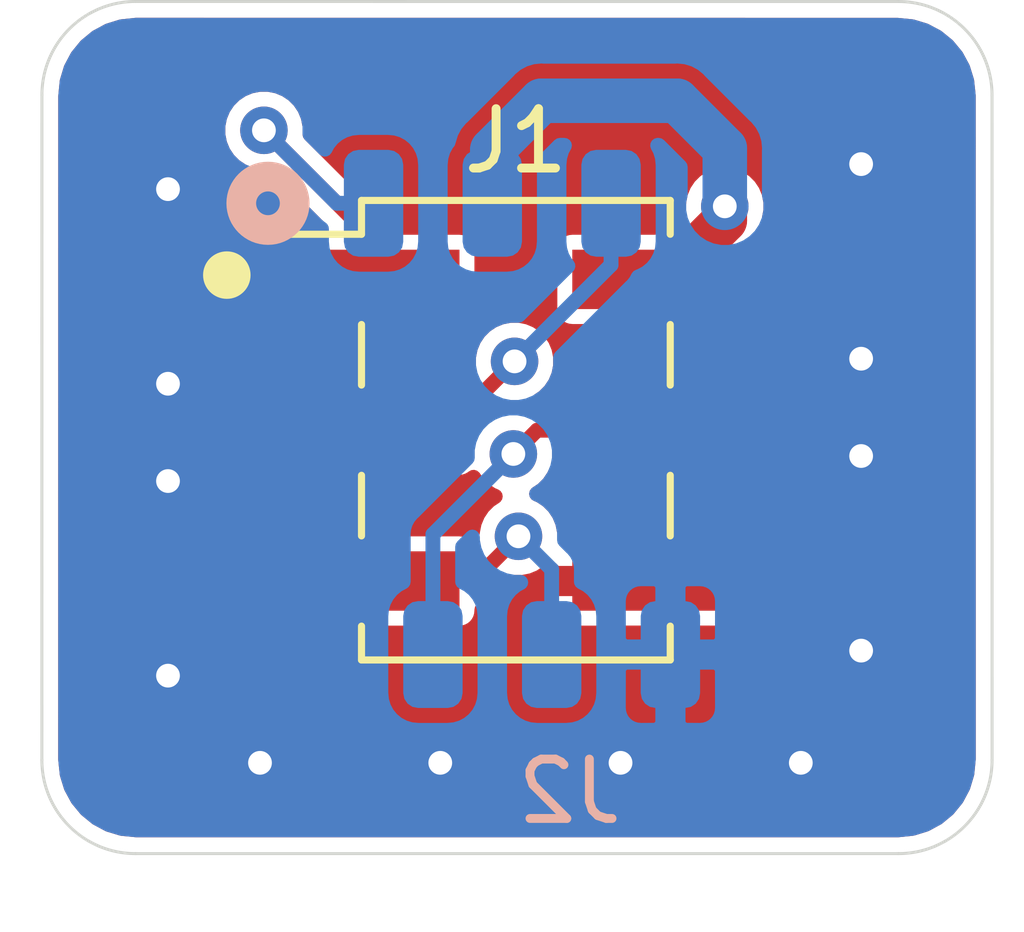
<source format=kicad_pcb>
(kicad_pcb (version 20171130) (host pcbnew "(5.1.8)-1")

  (general
    (thickness 1.6)
    (drawings 9)
    (tracks 40)
    (zones 0)
    (modules 2)
    (nets 7)
  )

  (page A4)
  (layers
    (0 F.Cu signal)
    (31 B.Cu signal)
    (32 B.Adhes user)
    (33 F.Adhes user)
    (34 B.Paste user)
    (35 F.Paste user)
    (36 B.SilkS user)
    (37 F.SilkS user)
    (38 B.Mask user)
    (39 F.Mask user)
    (40 Dwgs.User user)
    (41 Cmts.User user)
    (42 Eco1.User user)
    (43 Eco2.User user)
    (44 Edge.Cuts user)
    (45 Margin user)
    (46 B.CrtYd user)
    (47 F.CrtYd user)
    (48 B.Fab user)
    (49 F.Fab user)
  )

  (setup
    (last_trace_width 0.25)
    (user_trace_width 0.75)
    (trace_clearance 0.2)
    (zone_clearance 0.25)
    (zone_45_only no)
    (trace_min 0.2)
    (via_size 0.8)
    (via_drill 0.4)
    (via_min_size 0.4)
    (via_min_drill 0.3)
    (uvia_size 0.3)
    (uvia_drill 0.1)
    (uvias_allowed no)
    (uvia_min_size 0.2)
    (uvia_min_drill 0.1)
    (edge_width 0.05)
    (segment_width 0.2)
    (pcb_text_width 0.3)
    (pcb_text_size 1.5 1.5)
    (mod_edge_width 0.12)
    (mod_text_size 1 1)
    (mod_text_width 0.15)
    (pad_size 1.524 1.524)
    (pad_drill 0.762)
    (pad_to_mask_clearance 0)
    (aux_axis_origin 0 0)
    (visible_elements 7FFFFFFF)
    (pcbplotparams
      (layerselection 0x010fc_ffffffff)
      (usegerberextensions false)
      (usegerberattributes true)
      (usegerberadvancedattributes true)
      (creategerberjobfile true)
      (excludeedgelayer true)
      (linewidth 0.100000)
      (plotframeref false)
      (viasonmask false)
      (mode 1)
      (useauxorigin false)
      (hpglpennumber 1)
      (hpglpenspeed 20)
      (hpglpendiameter 15.000000)
      (psnegative false)
      (psa4output false)
      (plotreference true)
      (plotvalue true)
      (plotinvisibletext false)
      (padsonsilk false)
      (subtractmaskfromsilk false)
      (outputformat 1)
      (mirror false)
      (drillshape 0)
      (scaleselection 1)
      (outputdirectory "gerber/"))
  )

  (net 0 "")
  (net 1 /MISO)
  (net 2 +3V3)
  (net 3 /SCK)
  (net 4 /MOSI)
  (net 5 /RST)
  (net 6 GND)

  (net_class Default "This is the default net class."
    (clearance 0.2)
    (trace_width 0.25)
    (via_dia 0.8)
    (via_drill 0.4)
    (uvia_dia 0.3)
    (uvia_drill 0.1)
    (add_net +3V3)
    (add_net /MISO)
    (add_net /MOSI)
    (add_net /RST)
    (add_net /SCK)
    (add_net GND)
  )

  (module Connector_PinHeader_2.54mm:PinHeader_2x03_P2.54mm_Vertical_SMD (layer F.Cu) (tedit 59FED5CC) (tstamp 62C8F5A0)
    (at 101.708401 47.605801)
    (descr "surface-mounted straight pin header, 2x03, 2.54mm pitch, double rows")
    (tags "Surface mounted pin header SMD 2x03 2.54mm double row")
    (path /62C90E4F)
    (attr smd)
    (fp_text reference J1 (at 0 -4.87) (layer F.SilkS)
      (effects (font (size 1 1) (thickness 0.15)))
    )
    (fp_text value Conn_02x03_Odd_Even (at 0 4.87) (layer F.Fab)
      (effects (font (size 1 1) (thickness 0.15)))
    )
    (fp_line (start 2.54 3.81) (end -2.54 3.81) (layer F.Fab) (width 0.1))
    (fp_line (start -1.59 -3.81) (end 2.54 -3.81) (layer F.Fab) (width 0.1))
    (fp_line (start -2.54 3.81) (end -2.54 -2.86) (layer F.Fab) (width 0.1))
    (fp_line (start -2.54 -2.86) (end -1.59 -3.81) (layer F.Fab) (width 0.1))
    (fp_line (start 2.54 -3.81) (end 2.54 3.81) (layer F.Fab) (width 0.1))
    (fp_line (start -2.54 -2.86) (end -3.6 -2.86) (layer F.Fab) (width 0.1))
    (fp_line (start -3.6 -2.86) (end -3.6 -2.22) (layer F.Fab) (width 0.1))
    (fp_line (start -3.6 -2.22) (end -2.54 -2.22) (layer F.Fab) (width 0.1))
    (fp_line (start 2.54 -2.86) (end 3.6 -2.86) (layer F.Fab) (width 0.1))
    (fp_line (start 3.6 -2.86) (end 3.6 -2.22) (layer F.Fab) (width 0.1))
    (fp_line (start 3.6 -2.22) (end 2.54 -2.22) (layer F.Fab) (width 0.1))
    (fp_line (start -2.54 -0.32) (end -3.6 -0.32) (layer F.Fab) (width 0.1))
    (fp_line (start -3.6 -0.32) (end -3.6 0.32) (layer F.Fab) (width 0.1))
    (fp_line (start -3.6 0.32) (end -2.54 0.32) (layer F.Fab) (width 0.1))
    (fp_line (start 2.54 -0.32) (end 3.6 -0.32) (layer F.Fab) (width 0.1))
    (fp_line (start 3.6 -0.32) (end 3.6 0.32) (layer F.Fab) (width 0.1))
    (fp_line (start 3.6 0.32) (end 2.54 0.32) (layer F.Fab) (width 0.1))
    (fp_line (start -2.54 2.22) (end -3.6 2.22) (layer F.Fab) (width 0.1))
    (fp_line (start -3.6 2.22) (end -3.6 2.86) (layer F.Fab) (width 0.1))
    (fp_line (start -3.6 2.86) (end -2.54 2.86) (layer F.Fab) (width 0.1))
    (fp_line (start 2.54 2.22) (end 3.6 2.22) (layer F.Fab) (width 0.1))
    (fp_line (start 3.6 2.22) (end 3.6 2.86) (layer F.Fab) (width 0.1))
    (fp_line (start 3.6 2.86) (end 2.54 2.86) (layer F.Fab) (width 0.1))
    (fp_line (start -2.6 -3.87) (end 2.6 -3.87) (layer F.SilkS) (width 0.12))
    (fp_line (start -2.6 3.87) (end 2.6 3.87) (layer F.SilkS) (width 0.12))
    (fp_line (start -4.04 -3.3) (end -2.6 -3.3) (layer F.SilkS) (width 0.12))
    (fp_line (start -2.6 -3.87) (end -2.6 -3.3) (layer F.SilkS) (width 0.12))
    (fp_line (start 2.6 -3.87) (end 2.6 -3.3) (layer F.SilkS) (width 0.12))
    (fp_line (start -2.6 3.3) (end -2.6 3.87) (layer F.SilkS) (width 0.12))
    (fp_line (start 2.6 3.3) (end 2.6 3.87) (layer F.SilkS) (width 0.12))
    (fp_line (start -2.6 -1.78) (end -2.6 -0.76) (layer F.SilkS) (width 0.12))
    (fp_line (start 2.6 -1.78) (end 2.6 -0.76) (layer F.SilkS) (width 0.12))
    (fp_line (start -2.6 0.76) (end -2.6 1.78) (layer F.SilkS) (width 0.12))
    (fp_line (start 2.6 0.76) (end 2.6 1.78) (layer F.SilkS) (width 0.12))
    (fp_line (start -5.9 -4.35) (end -5.9 4.35) (layer F.CrtYd) (width 0.05))
    (fp_line (start -5.9 4.35) (end 5.9 4.35) (layer F.CrtYd) (width 0.05))
    (fp_line (start 5.9 4.35) (end 5.9 -4.35) (layer F.CrtYd) (width 0.05))
    (fp_line (start 5.9 -4.35) (end -5.9 -4.35) (layer F.CrtYd) (width 0.05))
    (fp_text user %R (at 0 0 90) (layer F.Fab)
      (effects (font (size 1 1) (thickness 0.15)))
    )
    (pad 1 smd rect (at -2.525 -2.54) (size 3.15 1) (layers F.Cu F.Paste F.Mask)
      (net 1 /MISO))
    (pad 2 smd rect (at 2.525 -2.54) (size 3.15 1) (layers F.Cu F.Paste F.Mask)
      (net 2 +3V3))
    (pad 3 smd rect (at -2.525 0) (size 3.15 1) (layers F.Cu F.Paste F.Mask)
      (net 3 /SCK))
    (pad 4 smd rect (at 2.525 0) (size 3.15 1) (layers F.Cu F.Paste F.Mask)
      (net 4 /MOSI))
    (pad 5 smd rect (at -2.525 2.54) (size 3.15 1) (layers F.Cu F.Paste F.Mask)
      (net 5 /RST))
    (pad 6 smd rect (at 2.525 2.54) (size 3.15 1) (layers F.Cu F.Paste F.Mask)
      (net 6 GND))
    (model ${KISYS3DMOD}/Connector_PinHeader_2.54mm.3dshapes/PinHeader_2x03_P2.54mm_Vertical_SMD.wrl
      (at (xyz 0 0 0))
      (scale (xyz 1 1 1))
      (rotate (xyz 0 0 0))
    )
  )

  (module custom_footprint_library:Conn_AVX_PCB_Edge_02x03_Receptical (layer B.Cu) (tedit 629C314A) (tstamp 62C8F5B0)
    (at 99.3112 43.7842)
    (path /62C9153A)
    (fp_text reference J2 (at 3.302 9.906) (layer B.SilkS)
      (effects (font (size 1 1) (thickness 0.15)) (justify mirror))
    )
    (fp_text value Conn_02x03_Odd_Even (at 2.286 11.43) (layer B.Fab)
      (effects (font (size 1 1) (thickness 0.15)) (justify mirror))
    )
    (fp_line (start -0.762 -1.016) (end -0.762 8.89) (layer B.CrtYd) (width 0.12))
    (fp_line (start -0.762 8.89) (end 5.842 8.89) (layer B.CrtYd) (width 0.12))
    (fp_line (start 5.842 8.89) (end 5.842 -1.27) (layer B.CrtYd) (width 0.12))
    (fp_line (start 5.842 -1.27) (end -0.762 -1.27) (layer B.CrtYd) (width 0.12))
    (fp_line (start -0.762 -1.27) (end -0.762 -1.016) (layer B.CrtYd) (width 0.12))
    (fp_circle (center -1.778 0) (end -1.578 0) (layer B.SilkS) (width 0.5))
    (pad 1 smd roundrect (at 0 0 180) (size 1 1.8) (layers B.Cu B.Paste B.Mask) (roundrect_rratio 0.25)
      (net 1 /MISO))
    (pad 2 smd roundrect (at 2 0 180) (size 1 1.8) (layers B.Cu B.Paste B.Mask) (roundrect_rratio 0.25)
      (net 2 +3V3))
    (pad 3 smd roundrect (at 4 0 180) (size 1 1.8) (layers B.Cu B.Paste B.Mask) (roundrect_rratio 0.25)
      (net 3 /SCK))
    (pad 4 smd roundrect (at 1 7.6 180) (size 1 1.8) (layers B.Cu B.Paste B.Mask) (roundrect_rratio 0.25)
      (net 4 /MOSI))
    (pad 5 smd roundrect (at 3 7.6 180) (size 1 1.8) (layers B.Cu B.Paste B.Mask) (roundrect_rratio 0.25)
      (net 5 /RST))
    (pad 6 smd roundrect (at 5 7.6 180) (size 1 1.8) (layers B.Cu B.Paste B.Mask) (roundrect_rratio 0.25)
      (net 6 GND))
  )

  (gr_circle (center 96.84004 44.99356) (end 97.04004 44.99356) (layer F.SilkS) (width 0.4))
  (gr_line (start 93.726 41.9608) (end 93.725181 53.161381) (layer Edge.Cuts) (width 0.05) (tstamp 62C8F7CB))
  (gr_arc (start 95.3008 53.161381) (end 93.725181 53.161381) (angle -90) (layer Edge.Cuts) (width 0.05) (tstamp 62C8F70E))
  (gr_line (start 108.1532 54.737) (end 95.3008 54.737) (layer Edge.Cuts) (width 0.05) (tstamp 62C8F73A))
  (gr_line (start 109.728819 53.161381) (end 109.728 41.961619) (layer Edge.Cuts) (width 0.05) (tstamp 62C8F739))
  (gr_line (start 95.301619 40.385181) (end 108.152381 40.386) (layer Edge.Cuts) (width 0.05) (tstamp 62C8F738))
  (gr_arc (start 108.1532 53.161381) (end 108.1532 54.737) (angle -90) (layer Edge.Cuts) (width 0.05) (tstamp 62C8F70E))
  (gr_arc (start 108.152381 41.961619) (end 109.728 41.961619) (angle -90) (layer Edge.Cuts) (width 0.05) (tstamp 62C8F70E))
  (gr_arc (start 95.301619 41.9608) (end 95.301619 40.385181) (angle -90) (layer Edge.Cuts) (width 0.05))

  (via (at 97.46488 42.55516) (size 0.8) (drill 0.4) (layers F.Cu B.Cu) (net 1))
  (segment (start 99.183401 44.273681) (end 97.46488 42.55516) (width 0.25) (layer F.Cu) (net 1))
  (segment (start 99.183401 45.065801) (end 99.183401 44.273681) (width 0.25) (layer F.Cu) (net 1))
  (segment (start 98.69392 43.7842) (end 97.46488 42.55516) (width 0.25) (layer B.Cu) (net 1))
  (segment (start 99.3112 43.7842) (end 98.69392 43.7842) (width 0.25) (layer B.Cu) (net 1))
  (segment (start 101.3112 42.8842) (end 102.13808 42.05732) (width 0.75) (layer B.Cu) (net 2))
  (segment (start 101.3112 43.7842) (end 101.3112 42.8842) (width 0.75) (layer B.Cu) (net 2))
  (segment (start 102.13808 42.05732) (end 104.42448 42.05732) (width 0.75) (layer B.Cu) (net 2))
  (via (at 105.22712 43.83532) (size 0.8) (drill 0.4) (layers F.Cu B.Cu) (net 2))
  (segment (start 105.22712 42.85996) (end 105.22712 43.83532) (width 0.75) (layer B.Cu) (net 2))
  (segment (start 104.42448 42.05732) (end 105.22712 42.85996) (width 0.75) (layer B.Cu) (net 2))
  (segment (start 105.22712 44.072082) (end 104.233401 45.065801) (width 0.75) (layer F.Cu) (net 2))
  (segment (start 105.22712 43.83532) (end 105.22712 44.072082) (width 0.75) (layer F.Cu) (net 2))
  (via (at 101.68636 46.44644) (size 0.8) (drill 0.4) (layers F.Cu B.Cu) (net 3))
  (segment (start 103.3112 44.8216) (end 101.68636 46.44644) (width 0.25) (layer B.Cu) (net 3))
  (segment (start 103.3112 43.7842) (end 103.3112 44.8216) (width 0.25) (layer B.Cu) (net 3))
  (segment (start 100.526999 47.605801) (end 99.183401 47.605801) (width 0.25) (layer F.Cu) (net 3))
  (segment (start 101.68636 46.44644) (end 100.526999 47.605801) (width 0.25) (layer F.Cu) (net 3))
  (via (at 101.66604 48.006) (size 0.8) (drill 0.4) (layers F.Cu B.Cu) (net 4))
  (segment (start 100.3112 49.36084) (end 101.66604 48.006) (width 0.25) (layer B.Cu) (net 4))
  (segment (start 100.3112 51.3842) (end 100.3112 49.36084) (width 0.25) (layer B.Cu) (net 4))
  (segment (start 102.066239 47.605801) (end 104.233401 47.605801) (width 0.25) (layer F.Cu) (net 4))
  (segment (start 101.66604 48.006) (end 102.066239 47.605801) (width 0.25) (layer F.Cu) (net 4))
  (via (at 101.7524 49.39284) (size 0.8) (drill 0.4) (layers F.Cu B.Cu) (net 5))
  (segment (start 102.3112 49.95164) (end 101.7524 49.39284) (width 0.25) (layer B.Cu) (net 5))
  (segment (start 102.3112 51.3842) (end 102.3112 49.95164) (width 0.25) (layer B.Cu) (net 5))
  (segment (start 100.999439 50.145801) (end 99.183401 50.145801) (width 0.25) (layer F.Cu) (net 5))
  (segment (start 101.7524 49.39284) (end 100.999439 50.145801) (width 0.25) (layer F.Cu) (net 5))
  (via (at 95.84944 43.54576) (size 0.8) (drill 0.4) (layers F.Cu B.Cu) (net 6) (tstamp 62C8F9A5))
  (via (at 95.84944 51.7398) (size 0.8) (drill 0.4) (layers F.Cu B.Cu) (net 6) (tstamp 62C8F9A6))
  (via (at 97.39884 53.20792) (size 0.8) (drill 0.4) (layers F.Cu B.Cu) (net 6) (tstamp 62C8F9A7))
  (via (at 100.434986 53.20792) (size 0.8) (drill 0.4) (layers F.Cu B.Cu) (net 6) (tstamp 62C8F9A8))
  (via (at 95.84944 48.462184) (size 0.8) (drill 0.4) (layers F.Cu B.Cu) (net 6) (tstamp 62C8F9A9))
  (via (at 95.84944 46.823376) (size 0.8) (drill 0.4) (layers F.Cu B.Cu) (net 6) (tstamp 62C8F9AA))
  (via (at 103.471132 53.20792) (size 0.8) (drill 0.4) (layers F.Cu B.Cu) (net 6) (tstamp 62C8F96A))
  (via (at 106.50728 53.20792) (size 0.8) (drill 0.4) (layers F.Cu B.Cu) (net 6) (tstamp 62C8F96A))
  (via (at 107.52328 46.401736) (size 0.8) (drill 0.4) (layers F.Cu B.Cu) (net 6) (tstamp 62C8F96A))
  (via (at 107.52328 48.040544) (size 0.8) (drill 0.4) (layers F.Cu B.Cu) (net 6) (tstamp 62C8F96A))
  (via (at 107.52328 51.31816) (size 0.8) (drill 0.4) (layers F.Cu B.Cu) (net 6) (tstamp 62C8F96A))
  (via (at 107.52328 43.12412) (size 0.8) (drill 0.4) (layers F.Cu B.Cu) (net 6) (tstamp 62C8F960))

  (zone (net 6) (net_name GND) (layer F.Cu) (tstamp 62C8FAA4) (hatch edge 0.508)
    (connect_pads (clearance 0.25))
    (min_thickness 0.254)
    (fill yes (arc_segments 32) (thermal_gap 0.25) (thermal_bridge_width 0.508))
    (polygon
      (pts
        (xy 109.82452 54.7116) (xy 93.6244 54.7116) (xy 93.6244 40.3606) (xy 109.82452 40.3606)
      )
    )
    (filled_polygon
      (pts
        (xy 108.132709 40.787998) (xy 108.379967 40.812243) (xy 108.598877 40.878336) (xy 108.800786 40.985692) (xy 108.977995 41.130221)
        (xy 109.123756 41.306417) (xy 109.23252 41.507572) (xy 109.30014 41.726016) (xy 109.326001 41.972064) (xy 109.326818 53.141734)
        (xy 109.302578 53.388962) (xy 109.236483 53.607878) (xy 109.129128 53.809783) (xy 108.9846 53.986993) (xy 108.808404 54.132755)
        (xy 108.607247 54.24152) (xy 108.388802 54.30914) (xy 108.142768 54.335) (xy 95.320456 54.335) (xy 95.073219 54.310759)
        (xy 94.854303 54.244664) (xy 94.652398 54.137309) (xy 94.475188 53.992781) (xy 94.329426 53.816585) (xy 94.220661 53.615428)
        (xy 94.153041 53.396983) (xy 94.127181 53.150951) (xy 94.127622 47.105801) (xy 97.229577 47.105801) (xy 97.229577 48.105801)
        (xy 97.236856 48.179706) (xy 97.258413 48.250771) (xy 97.29342 48.316264) (xy 97.340532 48.37367) (xy 97.397938 48.420782)
        (xy 97.463431 48.455789) (xy 97.534496 48.477346) (xy 97.608401 48.484625) (xy 100.758401 48.484625) (xy 100.832306 48.477346)
        (xy 100.903371 48.455789) (xy 100.968864 48.420782) (xy 100.99459 48.399669) (xy 101.062504 48.501309) (xy 101.170731 48.609536)
        (xy 101.297992 48.694569) (xy 101.360267 48.720364) (xy 101.257091 48.789304) (xy 101.148864 48.897531) (xy 101.063831 49.024792)
        (xy 101.005259 49.166197) (xy 100.9754 49.316312) (xy 100.9754 49.336184) (xy 100.968864 49.33082) (xy 100.903371 49.295813)
        (xy 100.832306 49.274256) (xy 100.758401 49.266977) (xy 97.608401 49.266977) (xy 97.534496 49.274256) (xy 97.463431 49.295813)
        (xy 97.397938 49.33082) (xy 97.340532 49.377932) (xy 97.29342 49.435338) (xy 97.258413 49.500831) (xy 97.236856 49.571896)
        (xy 97.229577 49.645801) (xy 97.229577 50.645801) (xy 97.236856 50.719706) (xy 97.258413 50.790771) (xy 97.29342 50.856264)
        (xy 97.340532 50.91367) (xy 97.397938 50.960782) (xy 97.463431 50.995789) (xy 97.534496 51.017346) (xy 97.608401 51.024625)
        (xy 100.758401 51.024625) (xy 100.832306 51.017346) (xy 100.903371 50.995789) (xy 100.968864 50.960782) (xy 101.02627 50.91367)
        (xy 101.073382 50.856264) (xy 101.108389 50.790771) (xy 101.129946 50.719706) (xy 101.137225 50.645801) (xy 102.279577 50.645801)
        (xy 102.286856 50.719706) (xy 102.308413 50.790771) (xy 102.34342 50.856264) (xy 102.390532 50.91367) (xy 102.447938 50.960782)
        (xy 102.513431 50.995789) (xy 102.584496 51.017346) (xy 102.658401 51.024625) (xy 104.012151 51.022801) (xy 104.106401 50.928551)
        (xy 104.106401 50.272801) (xy 104.360401 50.272801) (xy 104.360401 50.928551) (xy 104.454651 51.022801) (xy 105.808401 51.024625)
        (xy 105.882306 51.017346) (xy 105.953371 50.995789) (xy 106.018864 50.960782) (xy 106.07627 50.91367) (xy 106.123382 50.856264)
        (xy 106.158389 50.790771) (xy 106.179946 50.719706) (xy 106.187225 50.645801) (xy 106.185401 50.367051) (xy 106.091151 50.272801)
        (xy 104.360401 50.272801) (xy 104.106401 50.272801) (xy 102.375651 50.272801) (xy 102.281401 50.367051) (xy 102.279577 50.645801)
        (xy 101.137225 50.645801) (xy 101.137225 50.628592) (xy 101.192475 50.611832) (xy 101.279684 50.565218) (xy 101.356123 50.502485)
        (xy 101.37184 50.483334) (xy 101.685335 50.16984) (xy 101.828928 50.16984) (xy 101.979043 50.139981) (xy 102.120448 50.081409)
        (xy 102.247709 49.996376) (xy 102.300468 49.943618) (xy 102.375651 50.018801) (xy 104.106401 50.018801) (xy 104.106401 49.363051)
        (xy 104.360401 49.363051) (xy 104.360401 50.018801) (xy 106.091151 50.018801) (xy 106.185401 49.924551) (xy 106.187225 49.645801)
        (xy 106.179946 49.571896) (xy 106.158389 49.500831) (xy 106.123382 49.435338) (xy 106.07627 49.377932) (xy 106.018864 49.33082)
        (xy 105.953371 49.295813) (xy 105.882306 49.274256) (xy 105.808401 49.266977) (xy 104.454651 49.268801) (xy 104.360401 49.363051)
        (xy 104.106401 49.363051) (xy 104.012151 49.268801) (xy 102.658401 49.266977) (xy 102.584496 49.274256) (xy 102.524646 49.292411)
        (xy 102.499541 49.166197) (xy 102.440969 49.024792) (xy 102.355936 48.897531) (xy 102.247709 48.789304) (xy 102.120448 48.704271)
        (xy 102.058173 48.678476) (xy 102.161349 48.609536) (xy 102.269576 48.501309) (xy 102.354609 48.374048) (xy 102.366763 48.344707)
        (xy 102.390532 48.37367) (xy 102.447938 48.420782) (xy 102.513431 48.455789) (xy 102.584496 48.477346) (xy 102.658401 48.484625)
        (xy 105.808401 48.484625) (xy 105.882306 48.477346) (xy 105.953371 48.455789) (xy 106.018864 48.420782) (xy 106.07627 48.37367)
        (xy 106.123382 48.316264) (xy 106.158389 48.250771) (xy 106.179946 48.179706) (xy 106.187225 48.105801) (xy 106.187225 47.105801)
        (xy 106.179946 47.031896) (xy 106.158389 46.960831) (xy 106.123382 46.895338) (xy 106.07627 46.837932) (xy 106.018864 46.79082)
        (xy 105.953371 46.755813) (xy 105.882306 46.734256) (xy 105.808401 46.726977) (xy 102.658401 46.726977) (xy 102.584496 46.734256)
        (xy 102.513431 46.755813) (xy 102.447938 46.79082) (xy 102.390532 46.837932) (xy 102.34342 46.895338) (xy 102.308413 46.960831)
        (xy 102.286856 47.031896) (xy 102.279774 47.103801) (xy 102.101114 47.103801) (xy 102.181669 47.049976) (xy 102.289896 46.941749)
        (xy 102.374929 46.814488) (xy 102.433501 46.673083) (xy 102.46336 46.522968) (xy 102.46336 46.369912) (xy 102.433501 46.219797)
        (xy 102.374929 46.078392) (xy 102.289896 45.951131) (xy 102.181669 45.842904) (xy 102.054408 45.757871) (xy 101.913003 45.699299)
        (xy 101.762888 45.66944) (xy 101.609832 45.66944) (xy 101.459717 45.699299) (xy 101.318312 45.757871) (xy 101.191051 45.842904)
        (xy 101.082824 45.951131) (xy 100.997791 46.078392) (xy 100.939219 46.219797) (xy 100.90936 46.369912) (xy 100.90936 46.513505)
        (xy 100.695889 46.726977) (xy 97.608401 46.726977) (xy 97.534496 46.734256) (xy 97.463431 46.755813) (xy 97.397938 46.79082)
        (xy 97.340532 46.837932) (xy 97.29342 46.895338) (xy 97.258413 46.960831) (xy 97.236856 47.031896) (xy 97.229577 47.105801)
        (xy 94.127622 47.105801) (xy 94.127961 42.478632) (xy 96.68788 42.478632) (xy 96.68788 42.631688) (xy 96.717739 42.781803)
        (xy 96.776311 42.923208) (xy 96.861344 43.050469) (xy 96.969571 43.158696) (xy 97.096832 43.243729) (xy 97.238237 43.302301)
        (xy 97.388352 43.33216) (xy 97.531945 43.33216) (xy 98.386762 44.186977) (xy 97.608401 44.186977) (xy 97.534496 44.194256)
        (xy 97.463431 44.215813) (xy 97.397938 44.25082) (xy 97.340532 44.297932) (xy 97.29342 44.355338) (xy 97.258413 44.420831)
        (xy 97.236856 44.491896) (xy 97.229577 44.565801) (xy 97.229577 45.565801) (xy 97.236856 45.639706) (xy 97.258413 45.710771)
        (xy 97.29342 45.776264) (xy 97.340532 45.83367) (xy 97.397938 45.880782) (xy 97.463431 45.915789) (xy 97.534496 45.937346)
        (xy 97.608401 45.944625) (xy 100.758401 45.944625) (xy 100.832306 45.937346) (xy 100.903371 45.915789) (xy 100.968864 45.880782)
        (xy 101.02627 45.83367) (xy 101.073382 45.776264) (xy 101.108389 45.710771) (xy 101.129946 45.639706) (xy 101.137225 45.565801)
        (xy 101.137225 44.565801) (xy 102.279577 44.565801) (xy 102.279577 45.565801) (xy 102.286856 45.639706) (xy 102.308413 45.710771)
        (xy 102.34342 45.776264) (xy 102.390532 45.83367) (xy 102.447938 45.880782) (xy 102.513431 45.915789) (xy 102.584496 45.937346)
        (xy 102.658401 45.944625) (xy 105.808401 45.944625) (xy 105.882306 45.937346) (xy 105.953371 45.915789) (xy 106.018864 45.880782)
        (xy 106.07627 45.83367) (xy 106.123382 45.776264) (xy 106.158389 45.710771) (xy 106.179946 45.639706) (xy 106.187225 45.565801)
        (xy 106.187225 44.565801) (xy 106.179946 44.491896) (xy 106.158389 44.420831) (xy 106.123382 44.355338) (xy 106.07627 44.297932)
        (xy 106.018864 44.25082) (xy 105.967127 44.223166) (xy 105.968239 44.219499) (xy 105.97912 44.109019) (xy 105.97912 44.109018)
        (xy 105.982758 44.072082) (xy 105.979277 44.036744) (xy 106.00412 43.911848) (xy 106.00412 43.758792) (xy 105.974261 43.608677)
        (xy 105.915689 43.467272) (xy 105.830656 43.340011) (xy 105.722429 43.231784) (xy 105.595168 43.146751) (xy 105.453763 43.088179)
        (xy 105.303648 43.05832) (xy 105.150592 43.05832) (xy 105.000477 43.088179) (xy 104.859072 43.146751) (xy 104.731811 43.231784)
        (xy 104.623584 43.340011) (xy 104.538551 43.467272) (xy 104.479979 43.608677) (xy 104.45012 43.758792) (xy 104.45012 43.785593)
        (xy 104.048737 44.186977) (xy 102.658401 44.186977) (xy 102.584496 44.194256) (xy 102.513431 44.215813) (xy 102.447938 44.25082)
        (xy 102.390532 44.297932) (xy 102.34342 44.355338) (xy 102.308413 44.420831) (xy 102.286856 44.491896) (xy 102.279577 44.565801)
        (xy 101.137225 44.565801) (xy 101.129946 44.491896) (xy 101.108389 44.420831) (xy 101.073382 44.355338) (xy 101.02627 44.297932)
        (xy 100.968864 44.25082) (xy 100.903371 44.215813) (xy 100.832306 44.194256) (xy 100.758401 44.186977) (xy 99.67929 44.186977)
        (xy 99.678137 44.175272) (xy 99.649432 44.080645) (xy 99.627733 44.040049) (xy 99.602818 43.993435) (xy 99.555801 43.936145)
        (xy 99.555793 43.936137) (xy 99.540085 43.916997) (xy 99.520944 43.901288) (xy 98.24188 42.622225) (xy 98.24188 42.478632)
        (xy 98.212021 42.328517) (xy 98.153449 42.187112) (xy 98.068416 42.059851) (xy 97.960189 41.951624) (xy 97.832928 41.866591)
        (xy 97.691523 41.808019) (xy 97.541408 41.77816) (xy 97.388352 41.77816) (xy 97.238237 41.808019) (xy 97.096832 41.866591)
        (xy 96.969571 41.951624) (xy 96.861344 42.059851) (xy 96.776311 42.187112) (xy 96.717739 42.328517) (xy 96.68788 42.478632)
        (xy 94.127961 42.478632) (xy 94.127998 41.980476) (xy 94.152243 41.733214) (xy 94.218336 41.514304) (xy 94.325692 41.312395)
        (xy 94.470221 41.135186) (xy 94.646417 40.989425) (xy 94.847572 40.880661) (xy 95.066016 40.813041) (xy 95.312053 40.787181)
      )
    )
  )
  (zone (net 6) (net_name GND) (layer B.Cu) (tstamp 62C8FAA1) (hatch edge 0.508)
    (connect_pads (clearance 0.25))
    (min_thickness 0.254)
    (fill yes (arc_segments 32) (thermal_gap 0.25) (thermal_bridge_width 0.508))
    (polygon
      (pts
        (xy 109.81944 54.70652) (xy 93.6244 54.70652) (xy 93.6244 40.3606) (xy 109.81944 40.3606)
      )
    )
    (filled_polygon
      (pts
        (xy 108.132709 40.787998) (xy 108.379967 40.812243) (xy 108.598877 40.878336) (xy 108.800786 40.985692) (xy 108.977995 41.130221)
        (xy 109.123756 41.306417) (xy 109.23252 41.507572) (xy 109.30014 41.726016) (xy 109.326001 41.972064) (xy 109.326818 53.141734)
        (xy 109.302578 53.388962) (xy 109.236483 53.607878) (xy 109.129128 53.809783) (xy 108.9846 53.986993) (xy 108.808404 54.132755)
        (xy 108.607247 54.24152) (xy 108.388802 54.30914) (xy 108.142768 54.335) (xy 95.320456 54.335) (xy 95.073219 54.310759)
        (xy 94.854303 54.244664) (xy 94.652398 54.137309) (xy 94.475188 53.992781) (xy 94.329426 53.816585) (xy 94.220661 53.615428)
        (xy 94.153041 53.396983) (xy 94.127181 53.150951) (xy 94.127357 50.7342) (xy 99.432376 50.7342) (xy 99.432376 52.0342)
        (xy 99.444459 52.156877) (xy 99.480242 52.274841) (xy 99.538352 52.383556) (xy 99.616554 52.478846) (xy 99.711844 52.557048)
        (xy 99.820559 52.615158) (xy 99.938523 52.650941) (xy 100.0612 52.663024) (xy 100.5612 52.663024) (xy 100.683877 52.650941)
        (xy 100.801841 52.615158) (xy 100.910556 52.557048) (xy 101.005846 52.478846) (xy 101.084048 52.383556) (xy 101.142158 52.274841)
        (xy 101.177941 52.156877) (xy 101.190024 52.0342) (xy 101.190024 50.7342) (xy 101.177941 50.611523) (xy 101.142158 50.493559)
        (xy 101.084048 50.384844) (xy 101.005846 50.289554) (xy 100.910556 50.211352) (xy 100.8132 50.159314) (xy 100.8132 49.568774)
        (xy 100.9754 49.406574) (xy 100.9754 49.469368) (xy 101.005259 49.619483) (xy 101.063831 49.760888) (xy 101.148864 49.888149)
        (xy 101.257091 49.996376) (xy 101.384352 50.081409) (xy 101.525757 50.139981) (xy 101.675872 50.16984) (xy 101.789507 50.16984)
        (xy 101.711844 50.211352) (xy 101.616554 50.289554) (xy 101.538352 50.384844) (xy 101.480242 50.493559) (xy 101.444459 50.611523)
        (xy 101.432376 50.7342) (xy 101.432376 52.0342) (xy 101.444459 52.156877) (xy 101.480242 52.274841) (xy 101.538352 52.383556)
        (xy 101.616554 52.478846) (xy 101.711844 52.557048) (xy 101.820559 52.615158) (xy 101.938523 52.650941) (xy 102.0612 52.663024)
        (xy 102.5612 52.663024) (xy 102.683877 52.650941) (xy 102.801841 52.615158) (xy 102.910556 52.557048) (xy 103.005846 52.478846)
        (xy 103.084048 52.383556) (xy 103.137155 52.2842) (xy 103.432376 52.2842) (xy 103.439655 52.358105) (xy 103.461212 52.42917)
        (xy 103.496219 52.494663) (xy 103.543331 52.552069) (xy 103.600737 52.599181) (xy 103.66623 52.634188) (xy 103.737295 52.655745)
        (xy 103.8112 52.663024) (xy 104.08995 52.6612) (xy 104.1842 52.56695) (xy 104.1842 51.5112) (xy 104.4382 51.5112)
        (xy 104.4382 52.56695) (xy 104.53245 52.6612) (xy 104.8112 52.663024) (xy 104.885105 52.655745) (xy 104.95617 52.634188)
        (xy 105.021663 52.599181) (xy 105.079069 52.552069) (xy 105.126181 52.494663) (xy 105.161188 52.42917) (xy 105.182745 52.358105)
        (xy 105.190024 52.2842) (xy 105.1882 51.60545) (xy 105.09395 51.5112) (xy 104.4382 51.5112) (xy 104.1842 51.5112)
        (xy 103.52845 51.5112) (xy 103.4342 51.60545) (xy 103.432376 52.2842) (xy 103.137155 52.2842) (xy 103.142158 52.274841)
        (xy 103.177941 52.156877) (xy 103.190024 52.0342) (xy 103.190024 50.7342) (xy 103.177941 50.611523) (xy 103.142158 50.493559)
        (xy 103.137156 50.4842) (xy 103.432376 50.4842) (xy 103.4342 51.16295) (xy 103.52845 51.2572) (xy 104.1842 51.2572)
        (xy 104.1842 50.20145) (xy 104.4382 50.20145) (xy 104.4382 51.2572) (xy 105.09395 51.2572) (xy 105.1882 51.16295)
        (xy 105.190024 50.4842) (xy 105.182745 50.410295) (xy 105.161188 50.33923) (xy 105.126181 50.273737) (xy 105.079069 50.216331)
        (xy 105.021663 50.169219) (xy 104.95617 50.134212) (xy 104.885105 50.112655) (xy 104.8112 50.105376) (xy 104.53245 50.1072)
        (xy 104.4382 50.20145) (xy 104.1842 50.20145) (xy 104.08995 50.1072) (xy 103.8112 50.105376) (xy 103.737295 50.112655)
        (xy 103.66623 50.134212) (xy 103.600737 50.169219) (xy 103.543331 50.216331) (xy 103.496219 50.273737) (xy 103.461212 50.33923)
        (xy 103.439655 50.410295) (xy 103.432376 50.4842) (xy 103.137156 50.4842) (xy 103.084048 50.384844) (xy 103.005846 50.289554)
        (xy 102.910556 50.211352) (xy 102.8132 50.159314) (xy 102.8132 49.976285) (xy 102.815627 49.95164) (xy 102.8132 49.926994)
        (xy 102.8132 49.926987) (xy 102.805936 49.853231) (xy 102.805936 49.85323) (xy 102.777231 49.758603) (xy 102.730617 49.671394)
        (xy 102.6836 49.614105) (xy 102.683597 49.614102) (xy 102.667884 49.594956) (xy 102.648738 49.579243) (xy 102.5294 49.459905)
        (xy 102.5294 49.316312) (xy 102.499541 49.166197) (xy 102.440969 49.024792) (xy 102.355936 48.897531) (xy 102.247709 48.789304)
        (xy 102.120448 48.704271) (xy 102.058173 48.678476) (xy 102.161349 48.609536) (xy 102.269576 48.501309) (xy 102.354609 48.374048)
        (xy 102.413181 48.232643) (xy 102.44304 48.082528) (xy 102.44304 47.929472) (xy 102.413181 47.779357) (xy 102.354609 47.637952)
        (xy 102.269576 47.510691) (xy 102.161349 47.402464) (xy 102.034088 47.317431) (xy 101.892683 47.258859) (xy 101.742568 47.229)
        (xy 101.589512 47.229) (xy 101.439397 47.258859) (xy 101.297992 47.317431) (xy 101.170731 47.402464) (xy 101.062504 47.510691)
        (xy 100.977471 47.637952) (xy 100.918899 47.779357) (xy 100.88904 47.929472) (xy 100.88904 48.073065) (xy 99.973663 48.988443)
        (xy 99.954517 49.004156) (xy 99.938804 49.023302) (xy 99.938801 49.023305) (xy 99.891784 49.080595) (xy 99.84517 49.167804)
        (xy 99.816465 49.262431) (xy 99.806773 49.36084) (xy 99.809201 49.385493) (xy 99.809201 50.159313) (xy 99.711844 50.211352)
        (xy 99.616554 50.289554) (xy 99.538352 50.384844) (xy 99.480242 50.493559) (xy 99.444459 50.611523) (xy 99.432376 50.7342)
        (xy 94.127357 50.7342) (xy 94.127961 42.478632) (xy 96.68788 42.478632) (xy 96.68788 42.631688) (xy 96.717739 42.781803)
        (xy 96.776311 42.923208) (xy 96.861344 43.050469) (xy 96.969571 43.158696) (xy 97.096832 43.243729) (xy 97.238237 43.302301)
        (xy 97.388352 43.33216) (xy 97.531946 43.33216) (xy 98.321523 44.121738) (xy 98.337236 44.140884) (xy 98.413675 44.203617)
        (xy 98.432376 44.213613) (xy 98.432376 44.4342) (xy 98.444459 44.556877) (xy 98.480242 44.674841) (xy 98.538352 44.783556)
        (xy 98.616554 44.878846) (xy 98.711844 44.957048) (xy 98.820559 45.015158) (xy 98.938523 45.050941) (xy 99.0612 45.063024)
        (xy 99.5612 45.063024) (xy 99.683877 45.050941) (xy 99.801841 45.015158) (xy 99.910556 44.957048) (xy 100.005846 44.878846)
        (xy 100.084048 44.783556) (xy 100.142158 44.674841) (xy 100.177941 44.556877) (xy 100.190024 44.4342) (xy 100.190024 43.1342)
        (xy 100.432376 43.1342) (xy 100.432376 44.4342) (xy 100.444459 44.556877) (xy 100.480242 44.674841) (xy 100.538352 44.783556)
        (xy 100.616554 44.878846) (xy 100.711844 44.957048) (xy 100.820559 45.015158) (xy 100.938523 45.050941) (xy 101.0612 45.063024)
        (xy 101.5612 45.063024) (xy 101.683877 45.050941) (xy 101.801841 45.015158) (xy 101.910556 44.957048) (xy 102.005846 44.878846)
        (xy 102.084048 44.783556) (xy 102.142158 44.674841) (xy 102.177941 44.556877) (xy 102.190024 44.4342) (xy 102.190024 43.1342)
        (xy 102.184166 43.074723) (xy 102.449569 42.80932) (xy 102.525269 42.80932) (xy 102.480242 42.893559) (xy 102.444459 43.011523)
        (xy 102.432376 43.1342) (xy 102.432376 44.4342) (xy 102.444459 44.556877) (xy 102.480242 44.674841) (xy 102.538352 44.783556)
        (xy 102.583858 44.839006) (xy 101.753425 45.66944) (xy 101.609832 45.66944) (xy 101.459717 45.699299) (xy 101.318312 45.757871)
        (xy 101.191051 45.842904) (xy 101.082824 45.951131) (xy 100.997791 46.078392) (xy 100.939219 46.219797) (xy 100.90936 46.369912)
        (xy 100.90936 46.522968) (xy 100.939219 46.673083) (xy 100.997791 46.814488) (xy 101.082824 46.941749) (xy 101.191051 47.049976)
        (xy 101.318312 47.135009) (xy 101.459717 47.193581) (xy 101.609832 47.22344) (xy 101.762888 47.22344) (xy 101.913003 47.193581)
        (xy 102.054408 47.135009) (xy 102.181669 47.049976) (xy 102.289896 46.941749) (xy 102.374929 46.814488) (xy 102.433501 46.673083)
        (xy 102.46336 46.522968) (xy 102.46336 46.379375) (xy 103.648743 45.193993) (xy 103.667884 45.178284) (xy 103.683592 45.159144)
        (xy 103.6836 45.159136) (xy 103.730617 45.101846) (xy 103.772135 45.024169) (xy 103.801841 45.015158) (xy 103.910556 44.957048)
        (xy 104.005846 44.878846) (xy 104.084048 44.783556) (xy 104.142158 44.674841) (xy 104.177941 44.556877) (xy 104.190024 44.4342)
        (xy 104.190024 43.1342) (xy 104.177941 43.011523) (xy 104.142158 42.893559) (xy 104.097131 42.80932) (xy 104.112992 42.80932)
        (xy 104.47512 43.171449) (xy 104.475121 43.633102) (xy 104.45012 43.758792) (xy 104.45012 43.911848) (xy 104.479979 44.061963)
        (xy 104.538551 44.203368) (xy 104.623584 44.330629) (xy 104.731811 44.438856) (xy 104.859072 44.523889) (xy 105.000477 44.582461)
        (xy 105.150592 44.61232) (xy 105.303648 44.61232) (xy 105.453763 44.582461) (xy 105.595168 44.523889) (xy 105.722429 44.438856)
        (xy 105.830656 44.330629) (xy 105.915689 44.203368) (xy 105.974261 44.061963) (xy 106.00412 43.911848) (xy 106.00412 43.758792)
        (xy 105.97912 43.633105) (xy 105.97912 42.896895) (xy 105.982758 42.859959) (xy 105.97912 42.823022) (xy 105.968239 42.712542)
        (xy 105.925238 42.57079) (xy 105.875176 42.47713) (xy 105.85541 42.440149) (xy 105.784983 42.354334) (xy 105.761437 42.325643)
        (xy 105.732747 42.302098) (xy 104.982347 41.551699) (xy 104.958797 41.523003) (xy 104.84429 41.42903) (xy 104.71365 41.359202)
        (xy 104.571898 41.316201) (xy 104.461418 41.30532) (xy 104.461415 41.30532) (xy 104.42448 41.301682) (xy 104.387545 41.30532)
        (xy 102.175015 41.30532) (xy 102.13808 41.301682) (xy 102.101144 41.30532) (xy 102.101142 41.30532) (xy 101.990662 41.316201)
        (xy 101.84891 41.359202) (xy 101.71827 41.42903) (xy 101.603763 41.523003) (xy 101.580217 41.551694) (xy 100.805575 42.326337)
        (xy 100.776884 42.349883) (xy 100.753338 42.378574) (xy 100.753337 42.378575) (xy 100.68291 42.46439) (xy 100.613082 42.595031)
        (xy 100.595325 42.653569) (xy 100.570082 42.736782) (xy 100.56903 42.747463) (xy 100.538352 42.784844) (xy 100.480242 42.893559)
        (xy 100.444459 43.011523) (xy 100.432376 43.1342) (xy 100.190024 43.1342) (xy 100.177941 43.011523) (xy 100.142158 42.893559)
        (xy 100.084048 42.784844) (xy 100.005846 42.689554) (xy 99.910556 42.611352) (xy 99.801841 42.553242) (xy 99.683877 42.517459)
        (xy 99.5612 42.505376) (xy 99.0612 42.505376) (xy 98.938523 42.517459) (xy 98.820559 42.553242) (xy 98.711844 42.611352)
        (xy 98.616554 42.689554) (xy 98.538352 42.784844) (xy 98.491727 42.872072) (xy 98.24188 42.622226) (xy 98.24188 42.478632)
        (xy 98.212021 42.328517) (xy 98.153449 42.187112) (xy 98.068416 42.059851) (xy 97.960189 41.951624) (xy 97.832928 41.866591)
        (xy 97.691523 41.808019) (xy 97.541408 41.77816) (xy 97.388352 41.77816) (xy 97.238237 41.808019) (xy 97.096832 41.866591)
        (xy 96.969571 41.951624) (xy 96.861344 42.059851) (xy 96.776311 42.187112) (xy 96.717739 42.328517) (xy 96.68788 42.478632)
        (xy 94.127961 42.478632) (xy 94.127998 41.980476) (xy 94.152243 41.733214) (xy 94.218336 41.514304) (xy 94.325692 41.312395)
        (xy 94.470221 41.135186) (xy 94.646417 40.989425) (xy 94.847572 40.880661) (xy 95.066016 40.813041) (xy 95.312053 40.787181)
      )
    )
  )
)

</source>
